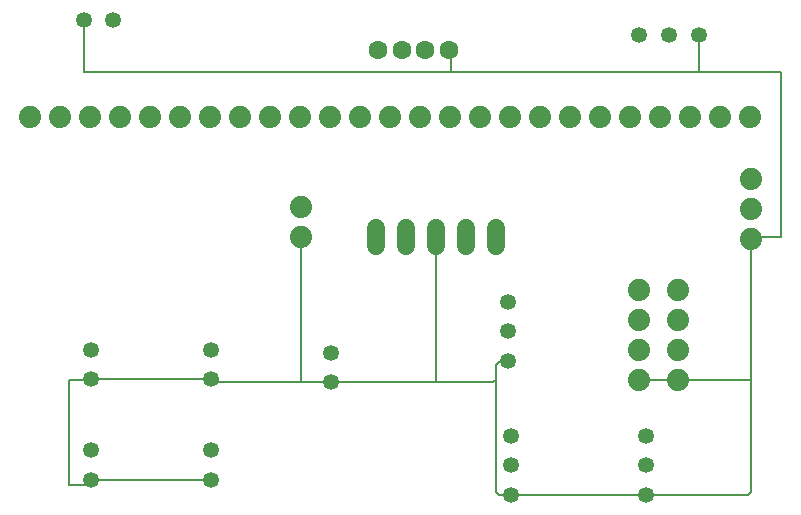
<source format=gbr>
G04 EAGLE Gerber RS-274X export*
G75*
%MOMM*%
%FSLAX34Y34*%
%LPD*%
%INBottom Copper*%
%IPPOS*%
%AMOC8*
5,1,8,0,0,1.08239X$1,22.5*%
G01*
G04 Define Apertures*
%ADD10C,1.524000*%
%ADD11C,1.600000*%
%ADD12C,1.879600*%
%ADD13C,1.348000*%
%ADD14C,0.152400*%
D10*
X317500Y246380D02*
X317500Y261620D01*
X342900Y261620D02*
X342900Y246380D01*
X368300Y246380D02*
X368300Y261620D01*
X393700Y261620D02*
X393700Y246380D01*
X419100Y246380D02*
X419100Y261620D01*
D11*
X319250Y412750D03*
X339250Y412750D03*
X359250Y412750D03*
X379250Y412750D03*
D12*
X539750Y158750D03*
X539750Y133350D03*
X572770Y158750D03*
X572770Y133350D03*
X24692Y355600D03*
X50092Y355600D03*
X75492Y355600D03*
X100892Y355600D03*
X126292Y355600D03*
X151692Y355600D03*
X177092Y355600D03*
X202492Y355600D03*
X227892Y355600D03*
X253292Y355600D03*
X278692Y355600D03*
X304092Y355600D03*
X329492Y355600D03*
X354892Y355600D03*
X380292Y355600D03*
X405692Y355600D03*
X431092Y355600D03*
X456492Y355600D03*
X481892Y355600D03*
X507292Y355600D03*
X532692Y355600D03*
X558092Y355600D03*
X583492Y355600D03*
X608892Y355600D03*
X634292Y355600D03*
X635000Y252730D03*
X635000Y278130D03*
X635000Y303530D03*
X539750Y209550D03*
X539750Y184150D03*
X572770Y209550D03*
X572770Y184150D03*
X254000Y279400D03*
X254000Y254000D03*
D13*
X546100Y85950D03*
X546100Y60950D03*
X546100Y35950D03*
X429369Y199282D03*
X429412Y174282D03*
X429456Y149282D03*
X431800Y85950D03*
X431800Y60950D03*
X431800Y35950D03*
X590550Y425100D03*
X565550Y425100D03*
X540550Y425100D03*
X76200Y158750D03*
X76200Y133750D03*
X76200Y73650D03*
X76200Y48650D03*
X279400Y156200D03*
X279400Y131200D03*
X177800Y158750D03*
X177800Y133750D03*
X177800Y73650D03*
X177800Y48650D03*
X69850Y438150D03*
X94850Y438150D03*
D14*
X635000Y252730D02*
X635000Y133350D01*
X635000Y38100D01*
X632850Y35950D01*
X546100Y35950D01*
X431800Y35950D01*
X421250Y35950D01*
X419100Y38100D01*
X419100Y133350D01*
X419100Y146050D01*
X422332Y149282D01*
X429456Y149282D01*
X368300Y131200D02*
X279400Y131200D01*
X368300Y131200D02*
X416950Y131200D01*
X419100Y133350D01*
X279400Y131200D02*
X254000Y131200D01*
X180350Y131200D01*
X177800Y133750D01*
X76200Y133750D01*
X75800Y133350D01*
X57150Y133350D01*
X57150Y44450D01*
X72000Y44450D01*
X76200Y48650D01*
X177800Y48650D01*
X254000Y131200D02*
X254000Y254000D01*
X635000Y252730D02*
X636270Y254000D01*
X660400Y254000D01*
X572770Y133350D02*
X539750Y133350D01*
X572770Y133350D02*
X635000Y133350D01*
X69850Y393700D02*
X69850Y438150D01*
X69850Y393700D02*
X381000Y393700D01*
X381000Y411000D02*
X379250Y412750D01*
X381000Y411000D02*
X381000Y393700D01*
X660400Y393700D02*
X660400Y254000D01*
X590550Y393700D02*
X381000Y393700D01*
X590550Y393700D02*
X590550Y425100D01*
X590550Y393700D02*
X660400Y393700D01*
X368300Y254000D02*
X368300Y131200D01*
M02*

</source>
